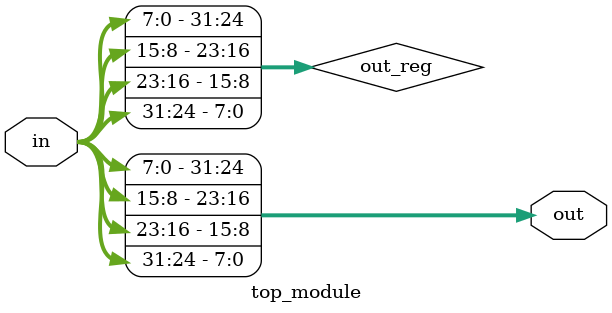
<source format=sv>
module top_module (
    input [31:0] in,
    output [31:0] out
);
    reg [31:0] out_reg;
    
    always @(*) begin
        out_reg[7:0] = in[31:24];
        out_reg[15:8] = in[23:16];
        out_reg[23:16] = in[15:8];
        out_reg[31:24] = in[7:0];
    end

    assign out = out_reg;
    
endmodule

</source>
